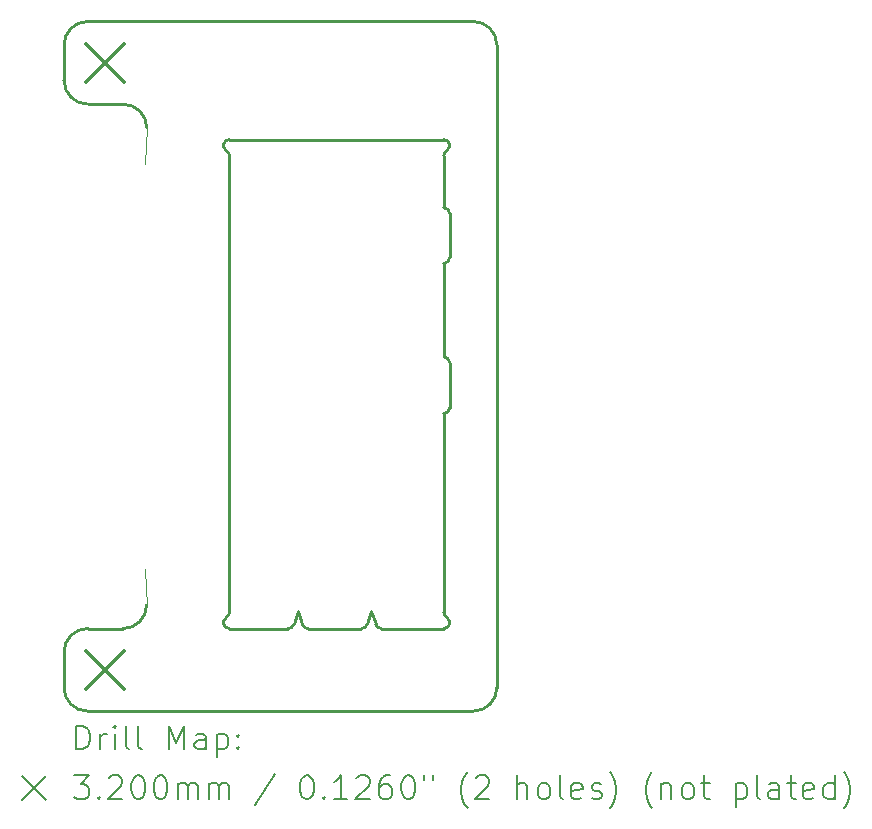
<source format=gbr>
%TF.GenerationSoftware,KiCad,Pcbnew,7.0.9*%
%TF.CreationDate,2024-04-13T12:05:33+02:00*%
%TF.ProjectId,MotorDriverCarrier-rounded,4d6f746f-7244-4726-9976-657243617272,rev?*%
%TF.SameCoordinates,Original*%
%TF.FileFunction,Drillmap*%
%TF.FilePolarity,Positive*%
%FSLAX45Y45*%
G04 Gerber Fmt 4.5, Leading zero omitted, Abs format (unit mm)*
G04 Created by KiCad (PCBNEW 7.0.9) date 2024-04-13 12:05:33*
%MOMM*%
%LPD*%
G01*
G04 APERTURE LIST*
%ADD10C,0.250000*%
%ADD11C,0.100000*%
%ADD12C,0.200000*%
%ADD13C,0.320000*%
G04 APERTURE END LIST*
D10*
X14070000Y-10320000D02*
G75*
G03*
X14095000Y-10226699I0J50000D01*
G01*
X14095001Y-6273304D02*
G75*
G03*
X14070000Y-6316602I24989J-43296D01*
G01*
D11*
X11555000Y-10120000D02*
X11544000Y-9813700D01*
D10*
X14120550Y-6806000D02*
G75*
G03*
X14070550Y-6756000I-50000J0D01*
G01*
X11355000Y-10320000D02*
X11055000Y-10320000D01*
X14070550Y-8500000D02*
G75*
G03*
X14120550Y-8450000I0J50000D01*
G01*
X14069999Y-10183398D02*
G75*
G03*
X14095000Y-10226699I50011J8D01*
G01*
X12255001Y-6316602D02*
G75*
G03*
X12230000Y-6273301I-50011J-8D01*
G01*
X14070000Y-8020000D02*
X14070000Y-7228000D01*
X14520000Y-5380000D02*
G75*
G03*
X14320000Y-5180000I-200000J0D01*
G01*
X14120550Y-8070000D02*
G75*
G03*
X14070550Y-8020000I-50000J0D01*
G01*
X12255000Y-10320000D02*
X12753305Y-10320000D01*
X14120550Y-6806000D02*
X14120550Y-7178000D01*
X11555000Y-6080000D02*
G75*
G03*
X11355000Y-5880000I-200000J0D01*
G01*
X14070000Y-6756000D02*
X14070550Y-6756000D01*
X12255000Y-6180000D02*
G75*
G03*
X12230000Y-6273301I0J-50000D01*
G01*
X12255000Y-6180000D02*
X14070000Y-6180000D01*
X13494504Y-10285181D02*
X13457800Y-10170000D01*
X14070550Y-8020000D02*
X14070000Y-8020000D01*
X12255000Y-10183398D02*
X12255000Y-6316602D01*
X12229999Y-10226696D02*
G75*
G03*
X12255000Y-10183398I-24989J43296D01*
G01*
X11055000Y-5180000D02*
G75*
G03*
X10855000Y-5380000I0J-200000D01*
G01*
X12230000Y-10226699D02*
G75*
G03*
X12255000Y-10320000I25000J-43301D01*
G01*
X14095000Y-6273301D02*
G75*
G03*
X14070000Y-6180000I-25000J43301D01*
G01*
X14320000Y-5180000D02*
X11055000Y-5180000D01*
X10855000Y-10820000D02*
X10855000Y-10520000D01*
X11355000Y-5880000D02*
X11055000Y-5880000D01*
X14070000Y-8500000D02*
X14070550Y-8500000D01*
X13494507Y-10285180D02*
G75*
G03*
X13542144Y-10320000I47633J15170D01*
G01*
X14070550Y-7228000D02*
G75*
G03*
X14120550Y-7178000I0J50000D01*
G01*
X14320000Y-11020000D02*
G75*
G03*
X14520000Y-10820000I0J200000D01*
G01*
X12920995Y-10320000D02*
X13373456Y-10320000D01*
X14070000Y-10183398D02*
X14070000Y-8500000D01*
X13457800Y-10170000D02*
X13421096Y-10285181D01*
X10855000Y-10820000D02*
G75*
G03*
X11055000Y-11020000I200000J0D01*
G01*
X11355000Y-10320000D02*
G75*
G03*
X11555000Y-10120000I0J200000D01*
G01*
X14320000Y-11020000D02*
X11055000Y-11020000D01*
X14520000Y-5380000D02*
X14520000Y-10820000D01*
X14070000Y-6756000D02*
X14070000Y-6316602D01*
X12873296Y-10284993D02*
X12837150Y-10170000D01*
X12837150Y-10170000D02*
X12801004Y-10284993D01*
X12873294Y-10284994D02*
G75*
G03*
X12920995Y-10320000I47706J15004D01*
G01*
X13542144Y-10320000D02*
X14070000Y-10320000D01*
X14070550Y-7228000D02*
X14070000Y-7228000D01*
X12753305Y-10320002D02*
G75*
G03*
X12801004Y-10284993I5J49992D01*
G01*
X10855000Y-5380000D02*
X10855000Y-5680000D01*
X11055000Y-10320000D02*
G75*
G03*
X10855000Y-10520000I0J-200000D01*
G01*
D11*
X11544000Y-6383700D02*
X11555000Y-6080000D01*
D10*
X10855000Y-5680000D02*
G75*
G03*
X11055000Y-5880000I200000J0D01*
G01*
X13373456Y-10319999D02*
G75*
G03*
X13421095Y-10285181I-6J50009D01*
G01*
X14120550Y-8450000D02*
X14120550Y-8070000D01*
D12*
D13*
X11044030Y-10510128D02*
X11364030Y-10830128D01*
X11364030Y-10510128D02*
X11044030Y-10830128D01*
X11045059Y-5369881D02*
X11365059Y-5689881D01*
X11365059Y-5369881D02*
X11045059Y-5689881D01*
D12*
X10959777Y-11343984D02*
X10959777Y-11143984D01*
X10959777Y-11143984D02*
X11007396Y-11143984D01*
X11007396Y-11143984D02*
X11035967Y-11153508D01*
X11035967Y-11153508D02*
X11055015Y-11172555D01*
X11055015Y-11172555D02*
X11064539Y-11191603D01*
X11064539Y-11191603D02*
X11074063Y-11229698D01*
X11074063Y-11229698D02*
X11074063Y-11258269D01*
X11074063Y-11258269D02*
X11064539Y-11296365D01*
X11064539Y-11296365D02*
X11055015Y-11315412D01*
X11055015Y-11315412D02*
X11035967Y-11334460D01*
X11035967Y-11334460D02*
X11007396Y-11343984D01*
X11007396Y-11343984D02*
X10959777Y-11343984D01*
X11159777Y-11343984D02*
X11159777Y-11210650D01*
X11159777Y-11248746D02*
X11169301Y-11229698D01*
X11169301Y-11229698D02*
X11178824Y-11220174D01*
X11178824Y-11220174D02*
X11197872Y-11210650D01*
X11197872Y-11210650D02*
X11216920Y-11210650D01*
X11283586Y-11343984D02*
X11283586Y-11210650D01*
X11283586Y-11143984D02*
X11274062Y-11153508D01*
X11274062Y-11153508D02*
X11283586Y-11163031D01*
X11283586Y-11163031D02*
X11293110Y-11153508D01*
X11293110Y-11153508D02*
X11283586Y-11143984D01*
X11283586Y-11143984D02*
X11283586Y-11163031D01*
X11407396Y-11343984D02*
X11388348Y-11334460D01*
X11388348Y-11334460D02*
X11378824Y-11315412D01*
X11378824Y-11315412D02*
X11378824Y-11143984D01*
X11512158Y-11343984D02*
X11493110Y-11334460D01*
X11493110Y-11334460D02*
X11483586Y-11315412D01*
X11483586Y-11315412D02*
X11483586Y-11143984D01*
X11740729Y-11343984D02*
X11740729Y-11143984D01*
X11740729Y-11143984D02*
X11807396Y-11286841D01*
X11807396Y-11286841D02*
X11874062Y-11143984D01*
X11874062Y-11143984D02*
X11874062Y-11343984D01*
X12055015Y-11343984D02*
X12055015Y-11239222D01*
X12055015Y-11239222D02*
X12045491Y-11220174D01*
X12045491Y-11220174D02*
X12026443Y-11210650D01*
X12026443Y-11210650D02*
X11988348Y-11210650D01*
X11988348Y-11210650D02*
X11969301Y-11220174D01*
X12055015Y-11334460D02*
X12035967Y-11343984D01*
X12035967Y-11343984D02*
X11988348Y-11343984D01*
X11988348Y-11343984D02*
X11969301Y-11334460D01*
X11969301Y-11334460D02*
X11959777Y-11315412D01*
X11959777Y-11315412D02*
X11959777Y-11296365D01*
X11959777Y-11296365D02*
X11969301Y-11277317D01*
X11969301Y-11277317D02*
X11988348Y-11267793D01*
X11988348Y-11267793D02*
X12035967Y-11267793D01*
X12035967Y-11267793D02*
X12055015Y-11258269D01*
X12150253Y-11210650D02*
X12150253Y-11410650D01*
X12150253Y-11220174D02*
X12169301Y-11210650D01*
X12169301Y-11210650D02*
X12207396Y-11210650D01*
X12207396Y-11210650D02*
X12226443Y-11220174D01*
X12226443Y-11220174D02*
X12235967Y-11229698D01*
X12235967Y-11229698D02*
X12245491Y-11248746D01*
X12245491Y-11248746D02*
X12245491Y-11305888D01*
X12245491Y-11305888D02*
X12235967Y-11324936D01*
X12235967Y-11324936D02*
X12226443Y-11334460D01*
X12226443Y-11334460D02*
X12207396Y-11343984D01*
X12207396Y-11343984D02*
X12169301Y-11343984D01*
X12169301Y-11343984D02*
X12150253Y-11334460D01*
X12331205Y-11324936D02*
X12340729Y-11334460D01*
X12340729Y-11334460D02*
X12331205Y-11343984D01*
X12331205Y-11343984D02*
X12321682Y-11334460D01*
X12321682Y-11334460D02*
X12331205Y-11324936D01*
X12331205Y-11324936D02*
X12331205Y-11343984D01*
X12331205Y-11220174D02*
X12340729Y-11229698D01*
X12340729Y-11229698D02*
X12331205Y-11239222D01*
X12331205Y-11239222D02*
X12321682Y-11229698D01*
X12321682Y-11229698D02*
X12331205Y-11220174D01*
X12331205Y-11220174D02*
X12331205Y-11239222D01*
X10499000Y-11572500D02*
X10699000Y-11772500D01*
X10699000Y-11572500D02*
X10499000Y-11772500D01*
X10940729Y-11563984D02*
X11064539Y-11563984D01*
X11064539Y-11563984D02*
X10997872Y-11640174D01*
X10997872Y-11640174D02*
X11026444Y-11640174D01*
X11026444Y-11640174D02*
X11045491Y-11649698D01*
X11045491Y-11649698D02*
X11055015Y-11659222D01*
X11055015Y-11659222D02*
X11064539Y-11678269D01*
X11064539Y-11678269D02*
X11064539Y-11725888D01*
X11064539Y-11725888D02*
X11055015Y-11744936D01*
X11055015Y-11744936D02*
X11045491Y-11754460D01*
X11045491Y-11754460D02*
X11026444Y-11763984D01*
X11026444Y-11763984D02*
X10969301Y-11763984D01*
X10969301Y-11763984D02*
X10950253Y-11754460D01*
X10950253Y-11754460D02*
X10940729Y-11744936D01*
X11150253Y-11744936D02*
X11159777Y-11754460D01*
X11159777Y-11754460D02*
X11150253Y-11763984D01*
X11150253Y-11763984D02*
X11140729Y-11754460D01*
X11140729Y-11754460D02*
X11150253Y-11744936D01*
X11150253Y-11744936D02*
X11150253Y-11763984D01*
X11235967Y-11583031D02*
X11245491Y-11573508D01*
X11245491Y-11573508D02*
X11264539Y-11563984D01*
X11264539Y-11563984D02*
X11312158Y-11563984D01*
X11312158Y-11563984D02*
X11331205Y-11573508D01*
X11331205Y-11573508D02*
X11340729Y-11583031D01*
X11340729Y-11583031D02*
X11350253Y-11602079D01*
X11350253Y-11602079D02*
X11350253Y-11621127D01*
X11350253Y-11621127D02*
X11340729Y-11649698D01*
X11340729Y-11649698D02*
X11226443Y-11763984D01*
X11226443Y-11763984D02*
X11350253Y-11763984D01*
X11474062Y-11563984D02*
X11493110Y-11563984D01*
X11493110Y-11563984D02*
X11512158Y-11573508D01*
X11512158Y-11573508D02*
X11521682Y-11583031D01*
X11521682Y-11583031D02*
X11531205Y-11602079D01*
X11531205Y-11602079D02*
X11540729Y-11640174D01*
X11540729Y-11640174D02*
X11540729Y-11687793D01*
X11540729Y-11687793D02*
X11531205Y-11725888D01*
X11531205Y-11725888D02*
X11521682Y-11744936D01*
X11521682Y-11744936D02*
X11512158Y-11754460D01*
X11512158Y-11754460D02*
X11493110Y-11763984D01*
X11493110Y-11763984D02*
X11474062Y-11763984D01*
X11474062Y-11763984D02*
X11455015Y-11754460D01*
X11455015Y-11754460D02*
X11445491Y-11744936D01*
X11445491Y-11744936D02*
X11435967Y-11725888D01*
X11435967Y-11725888D02*
X11426443Y-11687793D01*
X11426443Y-11687793D02*
X11426443Y-11640174D01*
X11426443Y-11640174D02*
X11435967Y-11602079D01*
X11435967Y-11602079D02*
X11445491Y-11583031D01*
X11445491Y-11583031D02*
X11455015Y-11573508D01*
X11455015Y-11573508D02*
X11474062Y-11563984D01*
X11664539Y-11563984D02*
X11683586Y-11563984D01*
X11683586Y-11563984D02*
X11702634Y-11573508D01*
X11702634Y-11573508D02*
X11712158Y-11583031D01*
X11712158Y-11583031D02*
X11721682Y-11602079D01*
X11721682Y-11602079D02*
X11731205Y-11640174D01*
X11731205Y-11640174D02*
X11731205Y-11687793D01*
X11731205Y-11687793D02*
X11721682Y-11725888D01*
X11721682Y-11725888D02*
X11712158Y-11744936D01*
X11712158Y-11744936D02*
X11702634Y-11754460D01*
X11702634Y-11754460D02*
X11683586Y-11763984D01*
X11683586Y-11763984D02*
X11664539Y-11763984D01*
X11664539Y-11763984D02*
X11645491Y-11754460D01*
X11645491Y-11754460D02*
X11635967Y-11744936D01*
X11635967Y-11744936D02*
X11626443Y-11725888D01*
X11626443Y-11725888D02*
X11616920Y-11687793D01*
X11616920Y-11687793D02*
X11616920Y-11640174D01*
X11616920Y-11640174D02*
X11626443Y-11602079D01*
X11626443Y-11602079D02*
X11635967Y-11583031D01*
X11635967Y-11583031D02*
X11645491Y-11573508D01*
X11645491Y-11573508D02*
X11664539Y-11563984D01*
X11816920Y-11763984D02*
X11816920Y-11630650D01*
X11816920Y-11649698D02*
X11826443Y-11640174D01*
X11826443Y-11640174D02*
X11845491Y-11630650D01*
X11845491Y-11630650D02*
X11874063Y-11630650D01*
X11874063Y-11630650D02*
X11893110Y-11640174D01*
X11893110Y-11640174D02*
X11902634Y-11659222D01*
X11902634Y-11659222D02*
X11902634Y-11763984D01*
X11902634Y-11659222D02*
X11912158Y-11640174D01*
X11912158Y-11640174D02*
X11931205Y-11630650D01*
X11931205Y-11630650D02*
X11959777Y-11630650D01*
X11959777Y-11630650D02*
X11978824Y-11640174D01*
X11978824Y-11640174D02*
X11988348Y-11659222D01*
X11988348Y-11659222D02*
X11988348Y-11763984D01*
X12083586Y-11763984D02*
X12083586Y-11630650D01*
X12083586Y-11649698D02*
X12093110Y-11640174D01*
X12093110Y-11640174D02*
X12112158Y-11630650D01*
X12112158Y-11630650D02*
X12140729Y-11630650D01*
X12140729Y-11630650D02*
X12159777Y-11640174D01*
X12159777Y-11640174D02*
X12169301Y-11659222D01*
X12169301Y-11659222D02*
X12169301Y-11763984D01*
X12169301Y-11659222D02*
X12178824Y-11640174D01*
X12178824Y-11640174D02*
X12197872Y-11630650D01*
X12197872Y-11630650D02*
X12226443Y-11630650D01*
X12226443Y-11630650D02*
X12245491Y-11640174D01*
X12245491Y-11640174D02*
X12255015Y-11659222D01*
X12255015Y-11659222D02*
X12255015Y-11763984D01*
X12645491Y-11554460D02*
X12474063Y-11811603D01*
X12902634Y-11563984D02*
X12921682Y-11563984D01*
X12921682Y-11563984D02*
X12940729Y-11573508D01*
X12940729Y-11573508D02*
X12950253Y-11583031D01*
X12950253Y-11583031D02*
X12959777Y-11602079D01*
X12959777Y-11602079D02*
X12969301Y-11640174D01*
X12969301Y-11640174D02*
X12969301Y-11687793D01*
X12969301Y-11687793D02*
X12959777Y-11725888D01*
X12959777Y-11725888D02*
X12950253Y-11744936D01*
X12950253Y-11744936D02*
X12940729Y-11754460D01*
X12940729Y-11754460D02*
X12921682Y-11763984D01*
X12921682Y-11763984D02*
X12902634Y-11763984D01*
X12902634Y-11763984D02*
X12883586Y-11754460D01*
X12883586Y-11754460D02*
X12874063Y-11744936D01*
X12874063Y-11744936D02*
X12864539Y-11725888D01*
X12864539Y-11725888D02*
X12855015Y-11687793D01*
X12855015Y-11687793D02*
X12855015Y-11640174D01*
X12855015Y-11640174D02*
X12864539Y-11602079D01*
X12864539Y-11602079D02*
X12874063Y-11583031D01*
X12874063Y-11583031D02*
X12883586Y-11573508D01*
X12883586Y-11573508D02*
X12902634Y-11563984D01*
X13055015Y-11744936D02*
X13064539Y-11754460D01*
X13064539Y-11754460D02*
X13055015Y-11763984D01*
X13055015Y-11763984D02*
X13045491Y-11754460D01*
X13045491Y-11754460D02*
X13055015Y-11744936D01*
X13055015Y-11744936D02*
X13055015Y-11763984D01*
X13255015Y-11763984D02*
X13140729Y-11763984D01*
X13197872Y-11763984D02*
X13197872Y-11563984D01*
X13197872Y-11563984D02*
X13178825Y-11592555D01*
X13178825Y-11592555D02*
X13159777Y-11611603D01*
X13159777Y-11611603D02*
X13140729Y-11621127D01*
X13331206Y-11583031D02*
X13340729Y-11573508D01*
X13340729Y-11573508D02*
X13359777Y-11563984D01*
X13359777Y-11563984D02*
X13407396Y-11563984D01*
X13407396Y-11563984D02*
X13426444Y-11573508D01*
X13426444Y-11573508D02*
X13435967Y-11583031D01*
X13435967Y-11583031D02*
X13445491Y-11602079D01*
X13445491Y-11602079D02*
X13445491Y-11621127D01*
X13445491Y-11621127D02*
X13435967Y-11649698D01*
X13435967Y-11649698D02*
X13321682Y-11763984D01*
X13321682Y-11763984D02*
X13445491Y-11763984D01*
X13616920Y-11563984D02*
X13578825Y-11563984D01*
X13578825Y-11563984D02*
X13559777Y-11573508D01*
X13559777Y-11573508D02*
X13550253Y-11583031D01*
X13550253Y-11583031D02*
X13531206Y-11611603D01*
X13531206Y-11611603D02*
X13521682Y-11649698D01*
X13521682Y-11649698D02*
X13521682Y-11725888D01*
X13521682Y-11725888D02*
X13531206Y-11744936D01*
X13531206Y-11744936D02*
X13540729Y-11754460D01*
X13540729Y-11754460D02*
X13559777Y-11763984D01*
X13559777Y-11763984D02*
X13597872Y-11763984D01*
X13597872Y-11763984D02*
X13616920Y-11754460D01*
X13616920Y-11754460D02*
X13626444Y-11744936D01*
X13626444Y-11744936D02*
X13635967Y-11725888D01*
X13635967Y-11725888D02*
X13635967Y-11678269D01*
X13635967Y-11678269D02*
X13626444Y-11659222D01*
X13626444Y-11659222D02*
X13616920Y-11649698D01*
X13616920Y-11649698D02*
X13597872Y-11640174D01*
X13597872Y-11640174D02*
X13559777Y-11640174D01*
X13559777Y-11640174D02*
X13540729Y-11649698D01*
X13540729Y-11649698D02*
X13531206Y-11659222D01*
X13531206Y-11659222D02*
X13521682Y-11678269D01*
X13759777Y-11563984D02*
X13778825Y-11563984D01*
X13778825Y-11563984D02*
X13797872Y-11573508D01*
X13797872Y-11573508D02*
X13807396Y-11583031D01*
X13807396Y-11583031D02*
X13816920Y-11602079D01*
X13816920Y-11602079D02*
X13826444Y-11640174D01*
X13826444Y-11640174D02*
X13826444Y-11687793D01*
X13826444Y-11687793D02*
X13816920Y-11725888D01*
X13816920Y-11725888D02*
X13807396Y-11744936D01*
X13807396Y-11744936D02*
X13797872Y-11754460D01*
X13797872Y-11754460D02*
X13778825Y-11763984D01*
X13778825Y-11763984D02*
X13759777Y-11763984D01*
X13759777Y-11763984D02*
X13740729Y-11754460D01*
X13740729Y-11754460D02*
X13731206Y-11744936D01*
X13731206Y-11744936D02*
X13721682Y-11725888D01*
X13721682Y-11725888D02*
X13712158Y-11687793D01*
X13712158Y-11687793D02*
X13712158Y-11640174D01*
X13712158Y-11640174D02*
X13721682Y-11602079D01*
X13721682Y-11602079D02*
X13731206Y-11583031D01*
X13731206Y-11583031D02*
X13740729Y-11573508D01*
X13740729Y-11573508D02*
X13759777Y-11563984D01*
X13902634Y-11563984D02*
X13902634Y-11602079D01*
X13978825Y-11563984D02*
X13978825Y-11602079D01*
X14274063Y-11840174D02*
X14264539Y-11830650D01*
X14264539Y-11830650D02*
X14245491Y-11802079D01*
X14245491Y-11802079D02*
X14235968Y-11783031D01*
X14235968Y-11783031D02*
X14226444Y-11754460D01*
X14226444Y-11754460D02*
X14216920Y-11706841D01*
X14216920Y-11706841D02*
X14216920Y-11668746D01*
X14216920Y-11668746D02*
X14226444Y-11621127D01*
X14226444Y-11621127D02*
X14235968Y-11592555D01*
X14235968Y-11592555D02*
X14245491Y-11573508D01*
X14245491Y-11573508D02*
X14264539Y-11544936D01*
X14264539Y-11544936D02*
X14274063Y-11535412D01*
X14340729Y-11583031D02*
X14350253Y-11573508D01*
X14350253Y-11573508D02*
X14369301Y-11563984D01*
X14369301Y-11563984D02*
X14416920Y-11563984D01*
X14416920Y-11563984D02*
X14435968Y-11573508D01*
X14435968Y-11573508D02*
X14445491Y-11583031D01*
X14445491Y-11583031D02*
X14455015Y-11602079D01*
X14455015Y-11602079D02*
X14455015Y-11621127D01*
X14455015Y-11621127D02*
X14445491Y-11649698D01*
X14445491Y-11649698D02*
X14331206Y-11763984D01*
X14331206Y-11763984D02*
X14455015Y-11763984D01*
X14693110Y-11763984D02*
X14693110Y-11563984D01*
X14778825Y-11763984D02*
X14778825Y-11659222D01*
X14778825Y-11659222D02*
X14769301Y-11640174D01*
X14769301Y-11640174D02*
X14750253Y-11630650D01*
X14750253Y-11630650D02*
X14721682Y-11630650D01*
X14721682Y-11630650D02*
X14702634Y-11640174D01*
X14702634Y-11640174D02*
X14693110Y-11649698D01*
X14902634Y-11763984D02*
X14883587Y-11754460D01*
X14883587Y-11754460D02*
X14874063Y-11744936D01*
X14874063Y-11744936D02*
X14864539Y-11725888D01*
X14864539Y-11725888D02*
X14864539Y-11668746D01*
X14864539Y-11668746D02*
X14874063Y-11649698D01*
X14874063Y-11649698D02*
X14883587Y-11640174D01*
X14883587Y-11640174D02*
X14902634Y-11630650D01*
X14902634Y-11630650D02*
X14931206Y-11630650D01*
X14931206Y-11630650D02*
X14950253Y-11640174D01*
X14950253Y-11640174D02*
X14959777Y-11649698D01*
X14959777Y-11649698D02*
X14969301Y-11668746D01*
X14969301Y-11668746D02*
X14969301Y-11725888D01*
X14969301Y-11725888D02*
X14959777Y-11744936D01*
X14959777Y-11744936D02*
X14950253Y-11754460D01*
X14950253Y-11754460D02*
X14931206Y-11763984D01*
X14931206Y-11763984D02*
X14902634Y-11763984D01*
X15083587Y-11763984D02*
X15064539Y-11754460D01*
X15064539Y-11754460D02*
X15055015Y-11735412D01*
X15055015Y-11735412D02*
X15055015Y-11563984D01*
X15235968Y-11754460D02*
X15216920Y-11763984D01*
X15216920Y-11763984D02*
X15178825Y-11763984D01*
X15178825Y-11763984D02*
X15159777Y-11754460D01*
X15159777Y-11754460D02*
X15150253Y-11735412D01*
X15150253Y-11735412D02*
X15150253Y-11659222D01*
X15150253Y-11659222D02*
X15159777Y-11640174D01*
X15159777Y-11640174D02*
X15178825Y-11630650D01*
X15178825Y-11630650D02*
X15216920Y-11630650D01*
X15216920Y-11630650D02*
X15235968Y-11640174D01*
X15235968Y-11640174D02*
X15245491Y-11659222D01*
X15245491Y-11659222D02*
X15245491Y-11678269D01*
X15245491Y-11678269D02*
X15150253Y-11697317D01*
X15321682Y-11754460D02*
X15340730Y-11763984D01*
X15340730Y-11763984D02*
X15378825Y-11763984D01*
X15378825Y-11763984D02*
X15397872Y-11754460D01*
X15397872Y-11754460D02*
X15407396Y-11735412D01*
X15407396Y-11735412D02*
X15407396Y-11725888D01*
X15407396Y-11725888D02*
X15397872Y-11706841D01*
X15397872Y-11706841D02*
X15378825Y-11697317D01*
X15378825Y-11697317D02*
X15350253Y-11697317D01*
X15350253Y-11697317D02*
X15331206Y-11687793D01*
X15331206Y-11687793D02*
X15321682Y-11668746D01*
X15321682Y-11668746D02*
X15321682Y-11659222D01*
X15321682Y-11659222D02*
X15331206Y-11640174D01*
X15331206Y-11640174D02*
X15350253Y-11630650D01*
X15350253Y-11630650D02*
X15378825Y-11630650D01*
X15378825Y-11630650D02*
X15397872Y-11640174D01*
X15474063Y-11840174D02*
X15483587Y-11830650D01*
X15483587Y-11830650D02*
X15502634Y-11802079D01*
X15502634Y-11802079D02*
X15512158Y-11783031D01*
X15512158Y-11783031D02*
X15521682Y-11754460D01*
X15521682Y-11754460D02*
X15531206Y-11706841D01*
X15531206Y-11706841D02*
X15531206Y-11668746D01*
X15531206Y-11668746D02*
X15521682Y-11621127D01*
X15521682Y-11621127D02*
X15512158Y-11592555D01*
X15512158Y-11592555D02*
X15502634Y-11573508D01*
X15502634Y-11573508D02*
X15483587Y-11544936D01*
X15483587Y-11544936D02*
X15474063Y-11535412D01*
X15835968Y-11840174D02*
X15826444Y-11830650D01*
X15826444Y-11830650D02*
X15807396Y-11802079D01*
X15807396Y-11802079D02*
X15797872Y-11783031D01*
X15797872Y-11783031D02*
X15788349Y-11754460D01*
X15788349Y-11754460D02*
X15778825Y-11706841D01*
X15778825Y-11706841D02*
X15778825Y-11668746D01*
X15778825Y-11668746D02*
X15788349Y-11621127D01*
X15788349Y-11621127D02*
X15797872Y-11592555D01*
X15797872Y-11592555D02*
X15807396Y-11573508D01*
X15807396Y-11573508D02*
X15826444Y-11544936D01*
X15826444Y-11544936D02*
X15835968Y-11535412D01*
X15912158Y-11630650D02*
X15912158Y-11763984D01*
X15912158Y-11649698D02*
X15921682Y-11640174D01*
X15921682Y-11640174D02*
X15940730Y-11630650D01*
X15940730Y-11630650D02*
X15969301Y-11630650D01*
X15969301Y-11630650D02*
X15988349Y-11640174D01*
X15988349Y-11640174D02*
X15997872Y-11659222D01*
X15997872Y-11659222D02*
X15997872Y-11763984D01*
X16121682Y-11763984D02*
X16102634Y-11754460D01*
X16102634Y-11754460D02*
X16093111Y-11744936D01*
X16093111Y-11744936D02*
X16083587Y-11725888D01*
X16083587Y-11725888D02*
X16083587Y-11668746D01*
X16083587Y-11668746D02*
X16093111Y-11649698D01*
X16093111Y-11649698D02*
X16102634Y-11640174D01*
X16102634Y-11640174D02*
X16121682Y-11630650D01*
X16121682Y-11630650D02*
X16150253Y-11630650D01*
X16150253Y-11630650D02*
X16169301Y-11640174D01*
X16169301Y-11640174D02*
X16178825Y-11649698D01*
X16178825Y-11649698D02*
X16188349Y-11668746D01*
X16188349Y-11668746D02*
X16188349Y-11725888D01*
X16188349Y-11725888D02*
X16178825Y-11744936D01*
X16178825Y-11744936D02*
X16169301Y-11754460D01*
X16169301Y-11754460D02*
X16150253Y-11763984D01*
X16150253Y-11763984D02*
X16121682Y-11763984D01*
X16245492Y-11630650D02*
X16321682Y-11630650D01*
X16274063Y-11563984D02*
X16274063Y-11735412D01*
X16274063Y-11735412D02*
X16283587Y-11754460D01*
X16283587Y-11754460D02*
X16302634Y-11763984D01*
X16302634Y-11763984D02*
X16321682Y-11763984D01*
X16540730Y-11630650D02*
X16540730Y-11830650D01*
X16540730Y-11640174D02*
X16559777Y-11630650D01*
X16559777Y-11630650D02*
X16597873Y-11630650D01*
X16597873Y-11630650D02*
X16616920Y-11640174D01*
X16616920Y-11640174D02*
X16626444Y-11649698D01*
X16626444Y-11649698D02*
X16635968Y-11668746D01*
X16635968Y-11668746D02*
X16635968Y-11725888D01*
X16635968Y-11725888D02*
X16626444Y-11744936D01*
X16626444Y-11744936D02*
X16616920Y-11754460D01*
X16616920Y-11754460D02*
X16597873Y-11763984D01*
X16597873Y-11763984D02*
X16559777Y-11763984D01*
X16559777Y-11763984D02*
X16540730Y-11754460D01*
X16750253Y-11763984D02*
X16731206Y-11754460D01*
X16731206Y-11754460D02*
X16721682Y-11735412D01*
X16721682Y-11735412D02*
X16721682Y-11563984D01*
X16912158Y-11763984D02*
X16912158Y-11659222D01*
X16912158Y-11659222D02*
X16902635Y-11640174D01*
X16902635Y-11640174D02*
X16883587Y-11630650D01*
X16883587Y-11630650D02*
X16845492Y-11630650D01*
X16845492Y-11630650D02*
X16826444Y-11640174D01*
X16912158Y-11754460D02*
X16893111Y-11763984D01*
X16893111Y-11763984D02*
X16845492Y-11763984D01*
X16845492Y-11763984D02*
X16826444Y-11754460D01*
X16826444Y-11754460D02*
X16816920Y-11735412D01*
X16816920Y-11735412D02*
X16816920Y-11716365D01*
X16816920Y-11716365D02*
X16826444Y-11697317D01*
X16826444Y-11697317D02*
X16845492Y-11687793D01*
X16845492Y-11687793D02*
X16893111Y-11687793D01*
X16893111Y-11687793D02*
X16912158Y-11678269D01*
X16978825Y-11630650D02*
X17055015Y-11630650D01*
X17007396Y-11563984D02*
X17007396Y-11735412D01*
X17007396Y-11735412D02*
X17016920Y-11754460D01*
X17016920Y-11754460D02*
X17035968Y-11763984D01*
X17035968Y-11763984D02*
X17055015Y-11763984D01*
X17197873Y-11754460D02*
X17178825Y-11763984D01*
X17178825Y-11763984D02*
X17140730Y-11763984D01*
X17140730Y-11763984D02*
X17121682Y-11754460D01*
X17121682Y-11754460D02*
X17112158Y-11735412D01*
X17112158Y-11735412D02*
X17112158Y-11659222D01*
X17112158Y-11659222D02*
X17121682Y-11640174D01*
X17121682Y-11640174D02*
X17140730Y-11630650D01*
X17140730Y-11630650D02*
X17178825Y-11630650D01*
X17178825Y-11630650D02*
X17197873Y-11640174D01*
X17197873Y-11640174D02*
X17207396Y-11659222D01*
X17207396Y-11659222D02*
X17207396Y-11678269D01*
X17207396Y-11678269D02*
X17112158Y-11697317D01*
X17378825Y-11763984D02*
X17378825Y-11563984D01*
X17378825Y-11754460D02*
X17359777Y-11763984D01*
X17359777Y-11763984D02*
X17321682Y-11763984D01*
X17321682Y-11763984D02*
X17302635Y-11754460D01*
X17302635Y-11754460D02*
X17293111Y-11744936D01*
X17293111Y-11744936D02*
X17283587Y-11725888D01*
X17283587Y-11725888D02*
X17283587Y-11668746D01*
X17283587Y-11668746D02*
X17293111Y-11649698D01*
X17293111Y-11649698D02*
X17302635Y-11640174D01*
X17302635Y-11640174D02*
X17321682Y-11630650D01*
X17321682Y-11630650D02*
X17359777Y-11630650D01*
X17359777Y-11630650D02*
X17378825Y-11640174D01*
X17455016Y-11840174D02*
X17464539Y-11830650D01*
X17464539Y-11830650D02*
X17483587Y-11802079D01*
X17483587Y-11802079D02*
X17493111Y-11783031D01*
X17493111Y-11783031D02*
X17502635Y-11754460D01*
X17502635Y-11754460D02*
X17512158Y-11706841D01*
X17512158Y-11706841D02*
X17512158Y-11668746D01*
X17512158Y-11668746D02*
X17502635Y-11621127D01*
X17502635Y-11621127D02*
X17493111Y-11592555D01*
X17493111Y-11592555D02*
X17483587Y-11573508D01*
X17483587Y-11573508D02*
X17464539Y-11544936D01*
X17464539Y-11544936D02*
X17455016Y-11535412D01*
M02*

</source>
